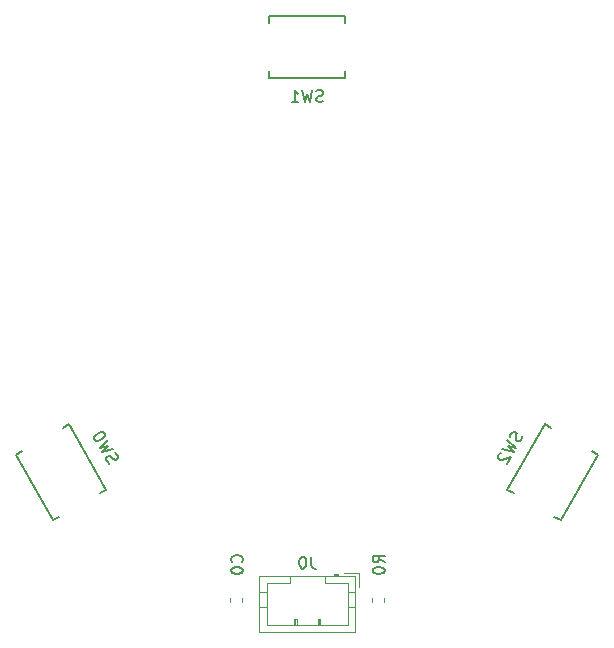
<source format=gbr>
G04 #@! TF.GenerationSoftware,KiCad,Pcbnew,(5.0.1-3-g963ef8bb5)*
G04 #@! TF.CreationDate,2019-08-29T11:39:49+02:00*
G04 #@! TF.ProjectId,crecol_encoder,637265636F6C5F656E636F6465722E6B,rev?*
G04 #@! TF.SameCoordinates,Original*
G04 #@! TF.FileFunction,Legend,Bot*
G04 #@! TF.FilePolarity,Positive*
%FSLAX46Y46*%
G04 Gerber Fmt 4.6, Leading zero omitted, Abs format (unit mm)*
G04 Created by KiCad (PCBNEW (5.0.1-3-g963ef8bb5)) date 2019 August 29, Thursday 11:39:49*
%MOMM*%
%LPD*%
G01*
G04 APERTURE LIST*
%ADD10C,0.120000*%
%ADD11C,0.150000*%
G04 APERTURE END LIST*
D10*
G04 #@! TO.C,C0*
X93490000Y-122628733D02*
X93490000Y-122971267D01*
X94510000Y-122628733D02*
X94510000Y-122971267D01*
G04 #@! TO.C,J0*
X104060000Y-120790000D02*
X104060000Y-125510000D01*
X104060000Y-125510000D02*
X95940000Y-125510000D01*
X95940000Y-125510000D02*
X95940000Y-120790000D01*
X95940000Y-120790000D02*
X104060000Y-120790000D01*
X102300000Y-120790000D02*
X102300000Y-120590000D01*
X102300000Y-120590000D02*
X102600000Y-120590000D01*
X102600000Y-120590000D02*
X102600000Y-120790000D01*
X102300000Y-120690000D02*
X102600000Y-120690000D01*
X101500000Y-120790000D02*
X101500000Y-121400000D01*
X101500000Y-121400000D02*
X103450000Y-121400000D01*
X103450000Y-121400000D02*
X103450000Y-124900000D01*
X103450000Y-124900000D02*
X96550000Y-124900000D01*
X96550000Y-124900000D02*
X96550000Y-121400000D01*
X96550000Y-121400000D02*
X98500000Y-121400000D01*
X98500000Y-121400000D02*
X98500000Y-120790000D01*
X104060000Y-122100000D02*
X103450000Y-122100000D01*
X104060000Y-123400000D02*
X103450000Y-123400000D01*
X95940000Y-122100000D02*
X96550000Y-122100000D01*
X95940000Y-123400000D02*
X96550000Y-123400000D01*
X101100000Y-124900000D02*
X101100000Y-124400000D01*
X101100000Y-124400000D02*
X100900000Y-124400000D01*
X100900000Y-124400000D02*
X100900000Y-124900000D01*
X101000000Y-124900000D02*
X101000000Y-124400000D01*
X99100000Y-124900000D02*
X99100000Y-124400000D01*
X99100000Y-124400000D02*
X98900000Y-124400000D01*
X98900000Y-124400000D02*
X98900000Y-124900000D01*
X99000000Y-124900000D02*
X99000000Y-124400000D01*
X103110000Y-120490000D02*
X104360000Y-120490000D01*
X104360000Y-120490000D02*
X104360000Y-121740000D01*
G04 #@! TO.C,R0*
X106510000Y-122971267D02*
X106510000Y-122628733D01*
X105490000Y-122971267D02*
X105490000Y-122628733D01*
D11*
G04 #@! TO.C,SW0*
X75817949Y-110228719D02*
X75298334Y-110528719D01*
X75298334Y-110528719D02*
X78498334Y-116071281D01*
X78498334Y-116071281D02*
X79017949Y-115771281D01*
X82482051Y-113771281D02*
X83001666Y-113471281D01*
X83001666Y-113471281D02*
X79801666Y-107928719D01*
X79801666Y-107928719D02*
X79282051Y-108228719D01*
G04 #@! TO.C,SW1*
X96800000Y-78000000D02*
X96800000Y-78600000D01*
X96800000Y-78600000D02*
X103200000Y-78600000D01*
X103200000Y-78600000D02*
X103200000Y-78000000D01*
X103200000Y-74000000D02*
X103200000Y-73400000D01*
X103200000Y-73400000D02*
X96800000Y-73400000D01*
X96800000Y-73400000D02*
X96800000Y-74000000D01*
G04 #@! TO.C,SW2*
X116948334Y-113471281D02*
X117467949Y-113771281D01*
X120148334Y-107928719D02*
X116948334Y-113471281D01*
X120667949Y-108228719D02*
X120148334Y-107928719D01*
X124651666Y-110528719D02*
X124132051Y-110228719D01*
X121451666Y-116071281D02*
X124651666Y-110528719D01*
X120932051Y-115771281D02*
X121451666Y-116071281D01*
G04 #@! TO.C,C0*
X94457142Y-119633333D02*
X94504761Y-119585714D01*
X94552380Y-119442857D01*
X94552380Y-119347619D01*
X94504761Y-119204761D01*
X94409523Y-119109523D01*
X94314285Y-119061904D01*
X94123809Y-119014285D01*
X93980952Y-119014285D01*
X93790476Y-119061904D01*
X93695238Y-119109523D01*
X93600000Y-119204761D01*
X93552380Y-119347619D01*
X93552380Y-119442857D01*
X93600000Y-119585714D01*
X93647619Y-119633333D01*
X93552380Y-120252380D02*
X93552380Y-120347619D01*
X93600000Y-120442857D01*
X93647619Y-120490476D01*
X93742857Y-120538095D01*
X93933333Y-120585714D01*
X94171428Y-120585714D01*
X94361904Y-120538095D01*
X94457142Y-120490476D01*
X94504761Y-120442857D01*
X94552380Y-120347619D01*
X94552380Y-120252380D01*
X94504761Y-120157142D01*
X94457142Y-120109523D01*
X94361904Y-120061904D01*
X94171428Y-120014285D01*
X93933333Y-120014285D01*
X93742857Y-120061904D01*
X93647619Y-120109523D01*
X93600000Y-120157142D01*
X93552380Y-120252380D01*
G04 #@! TO.C,J0*
X100333333Y-119152380D02*
X100333333Y-119866666D01*
X100380952Y-120009523D01*
X100476190Y-120104761D01*
X100619047Y-120152380D01*
X100714285Y-120152380D01*
X99666666Y-119152380D02*
X99571428Y-119152380D01*
X99476190Y-119200000D01*
X99428571Y-119247619D01*
X99380952Y-119342857D01*
X99333333Y-119533333D01*
X99333333Y-119771428D01*
X99380952Y-119961904D01*
X99428571Y-120057142D01*
X99476190Y-120104761D01*
X99571428Y-120152380D01*
X99666666Y-120152380D01*
X99761904Y-120104761D01*
X99809523Y-120057142D01*
X99857142Y-119961904D01*
X99904761Y-119771428D01*
X99904761Y-119533333D01*
X99857142Y-119342857D01*
X99809523Y-119247619D01*
X99761904Y-119200000D01*
X99666666Y-119152380D01*
G04 #@! TO.C,R0*
X106552380Y-119633333D02*
X106076190Y-119300000D01*
X106552380Y-119061904D02*
X105552380Y-119061904D01*
X105552380Y-119442857D01*
X105600000Y-119538095D01*
X105647619Y-119585714D01*
X105742857Y-119633333D01*
X105885714Y-119633333D01*
X105980952Y-119585714D01*
X106028571Y-119538095D01*
X106076190Y-119442857D01*
X106076190Y-119061904D01*
X105552380Y-120252380D02*
X105552380Y-120347619D01*
X105600000Y-120442857D01*
X105647619Y-120490476D01*
X105742857Y-120538095D01*
X105933333Y-120585714D01*
X106171428Y-120585714D01*
X106361904Y-120538095D01*
X106457142Y-120490476D01*
X106504761Y-120442857D01*
X106552380Y-120347619D01*
X106552380Y-120252380D01*
X106504761Y-120157142D01*
X106457142Y-120109523D01*
X106361904Y-120061904D01*
X106171428Y-120014285D01*
X105933333Y-120014285D01*
X105742857Y-120061904D01*
X105647619Y-120109523D01*
X105600000Y-120157142D01*
X105552380Y-120252380D01*
G04 #@! TO.C,SW0*
X83216132Y-111257081D02*
X83103464Y-111157173D01*
X82984417Y-110950976D01*
X82978037Y-110844688D01*
X82995467Y-110779639D01*
X83054136Y-110690781D01*
X83136614Y-110643162D01*
X83242902Y-110636782D01*
X83307951Y-110654212D01*
X83396810Y-110712881D01*
X83533287Y-110854029D01*
X83622145Y-110912698D01*
X83687194Y-110930127D01*
X83793482Y-110923748D01*
X83875961Y-110876129D01*
X83934630Y-110787270D01*
X83952060Y-110722221D01*
X83945680Y-110615933D01*
X83826632Y-110409737D01*
X83713965Y-110309828D01*
X83588537Y-109997344D02*
X82603464Y-110291147D01*
X83126816Y-109769047D01*
X82412988Y-109961233D01*
X83159966Y-109255036D01*
X82874252Y-108760165D02*
X82826632Y-108677686D01*
X82737774Y-108619017D01*
X82672725Y-108601587D01*
X82566437Y-108607967D01*
X82377670Y-108661966D01*
X82171474Y-108781013D01*
X82030326Y-108917491D01*
X81971657Y-109006349D01*
X81954227Y-109071398D01*
X81960607Y-109177686D01*
X82008226Y-109260165D01*
X82097084Y-109318834D01*
X82162133Y-109336263D01*
X82268421Y-109329884D01*
X82457188Y-109275885D01*
X82663385Y-109156837D01*
X82804532Y-109020360D01*
X82863201Y-108931502D01*
X82880631Y-108866453D01*
X82874252Y-108760165D01*
G04 #@! TO.C,SW1*
X101333333Y-80604761D02*
X101190476Y-80652380D01*
X100952380Y-80652380D01*
X100857142Y-80604761D01*
X100809523Y-80557142D01*
X100761904Y-80461904D01*
X100761904Y-80366666D01*
X100809523Y-80271428D01*
X100857142Y-80223809D01*
X100952380Y-80176190D01*
X101142857Y-80128571D01*
X101238095Y-80080952D01*
X101285714Y-80033333D01*
X101333333Y-79938095D01*
X101333333Y-79842857D01*
X101285714Y-79747619D01*
X101238095Y-79700000D01*
X101142857Y-79652380D01*
X100904761Y-79652380D01*
X100761904Y-79700000D01*
X100428571Y-79652380D02*
X100190476Y-80652380D01*
X100000000Y-79938095D01*
X99809523Y-80652380D01*
X99571428Y-79652380D01*
X98666666Y-80652380D02*
X99238095Y-80652380D01*
X98952380Y-80652380D02*
X98952380Y-79652380D01*
X99047619Y-79795238D01*
X99142857Y-79890476D01*
X99238095Y-79938095D01*
G04 #@! TO.C,SW2*
X118217200Y-108947681D02*
X118187011Y-109095208D01*
X118067963Y-109301405D01*
X117979105Y-109360074D01*
X117914056Y-109377504D01*
X117807768Y-109371124D01*
X117725289Y-109323505D01*
X117666620Y-109234647D01*
X117649191Y-109169598D01*
X117655570Y-109063310D01*
X117709569Y-108874543D01*
X117715949Y-108768255D01*
X117698519Y-108703206D01*
X117639850Y-108614348D01*
X117557371Y-108566729D01*
X117451083Y-108560349D01*
X117386034Y-108577779D01*
X117297176Y-108636448D01*
X117178128Y-108842644D01*
X117147939Y-108990172D01*
X116940033Y-109255037D02*
X117687011Y-109961234D01*
X116973183Y-109769048D01*
X117496535Y-110291148D01*
X116511462Y-109997345D01*
X116427274Y-110333639D02*
X116362225Y-110351069D01*
X116273367Y-110409738D01*
X116154319Y-110615934D01*
X116147939Y-110722222D01*
X116165369Y-110787271D01*
X116224038Y-110876130D01*
X116306517Y-110923749D01*
X116454044Y-110953938D01*
X117234630Y-110744781D01*
X116925106Y-111280892D01*
G04 #@! TD*
M02*

</source>
